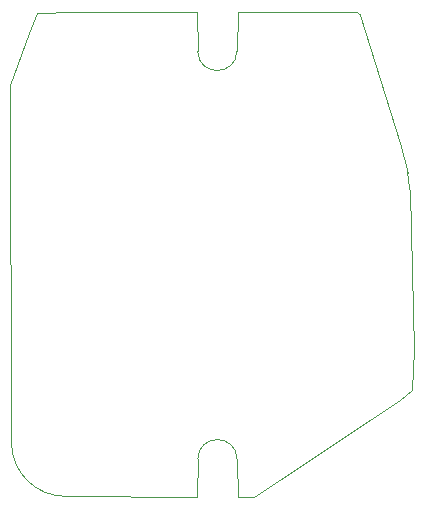
<source format=gm1>
G04 #@! TF.GenerationSoftware,KiCad,Pcbnew,(5.1.5-0-10_14)*
G04 #@! TF.CreationDate,2020-11-03T15:19:47-05:00*
G04 #@! TF.ProjectId,FC_Rear_Port_1P,46435f52-6561-4725-9f50-6f72745f3150,rev?*
G04 #@! TF.SameCoordinates,Original*
G04 #@! TF.FileFunction,Profile,NP*
%FSLAX46Y46*%
G04 Gerber Fmt 4.6, Leading zero omitted, Abs format (unit mm)*
G04 Created by KiCad (PCBNEW (5.1.5-0-10_14)) date 2020-11-03 15:19:47*
%MOMM*%
%LPD*%
G04 APERTURE LIST*
%ADD10C,0.050000*%
G04 APERTURE END LIST*
D10*
X171221783Y-91102091D02*
G75*
G02X171411900Y-92585540I-7198743J-1676489D01*
G01*
X170538140Y-88567260D02*
X171221783Y-91102091D01*
X167213280Y-77730079D02*
X170538140Y-88567260D01*
X166903589Y-77517482D02*
G75*
G02X167213280Y-77730079I2351J-328438D01*
G01*
X156865320Y-77523340D02*
X166903589Y-77517482D01*
X171749720Y-106151680D02*
X171411900Y-92585540D01*
X171559220Y-109522260D02*
X171749720Y-106151680D01*
X170573700Y-110312200D02*
X171559220Y-109522260D01*
X158206440Y-118518940D02*
X170573700Y-110312200D01*
X153459927Y-115303303D02*
G75*
G02X156776420Y-115343940I1657873J-50797D01*
G01*
X156834840Y-118518940D02*
X156776420Y-115343940D01*
X156834840Y-118518940D02*
X158206440Y-118518940D01*
X153403300Y-118516400D02*
X153459927Y-115303303D01*
X142252700Y-118498620D02*
G75*
G02X137683240Y-113929160I0J4569460D01*
G01*
X153403300Y-118516400D02*
X142252700Y-118498620D01*
X139156440Y-79278480D02*
X139870180Y-77546200D01*
X137594340Y-83649820D02*
X137683240Y-113929160D01*
X139156440Y-79278480D02*
X137594340Y-83649820D01*
X142908020Y-77490320D02*
X139870180Y-77546200D01*
X153408380Y-77480160D02*
X142908020Y-77490320D01*
X156768958Y-80784700D02*
G75*
G02X153451560Y-80807560I-1658778J0D01*
G01*
X156865320Y-77523340D02*
X156768958Y-80784700D01*
X153408380Y-77480160D02*
X153451560Y-80807560D01*
M02*

</source>
